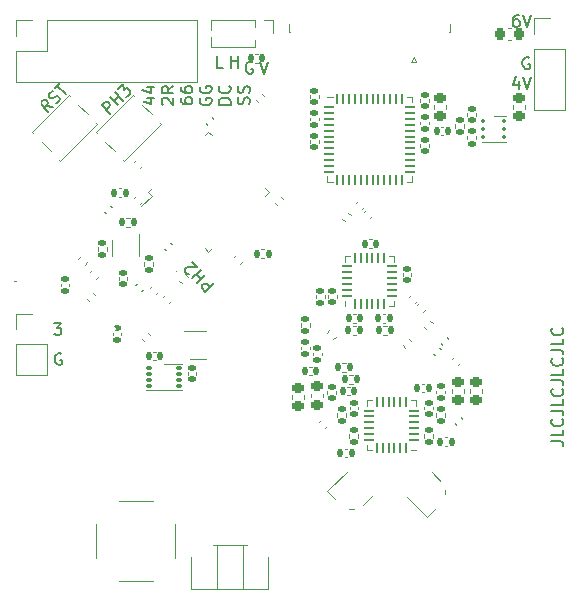
<source format=gbr>
%TF.GenerationSoftware,KiCad,Pcbnew,(6.0.4)*%
%TF.CreationDate,2023-05-30T00:17:30+09:00*%
%TF.ProjectId,RFB,5246422e-6b69-4636-9164-5f7063625858,rev?*%
%TF.SameCoordinates,Original*%
%TF.FileFunction,Legend,Top*%
%TF.FilePolarity,Positive*%
%FSLAX46Y46*%
G04 Gerber Fmt 4.6, Leading zero omitted, Abs format (unit mm)*
G04 Created by KiCad (PCBNEW (6.0.4)) date 2023-05-30 00:17:30*
%MOMM*%
%LPD*%
G01*
G04 APERTURE LIST*
G04 Aperture macros list*
%AMRoundRect*
0 Rectangle with rounded corners*
0 $1 Rounding radius*
0 $2 $3 $4 $5 $6 $7 $8 $9 X,Y pos of 4 corners*
0 Add a 4 corners polygon primitive as box body*
4,1,4,$2,$3,$4,$5,$6,$7,$8,$9,$2,$3,0*
0 Add four circle primitives for the rounded corners*
1,1,$1+$1,$2,$3*
1,1,$1+$1,$4,$5*
1,1,$1+$1,$6,$7*
1,1,$1+$1,$8,$9*
0 Add four rect primitives between the rounded corners*
20,1,$1+$1,$2,$3,$4,$5,0*
20,1,$1+$1,$4,$5,$6,$7,0*
20,1,$1+$1,$6,$7,$8,$9,0*
20,1,$1+$1,$8,$9,$2,$3,0*%
%AMRotRect*
0 Rectangle, with rotation*
0 The origin of the aperture is its center*
0 $1 length*
0 $2 width*
0 $3 Rotation angle, in degrees counterclockwise*
0 Add horizontal line*
21,1,$1,$2,0,0,$3*%
G04 Aperture macros list end*
%ADD10C,0.150000*%
%ADD11C,0.160000*%
%ADD12C,0.120000*%
%ADD13C,0.100000*%
%ADD14C,0.000000*%
%ADD15C,2.000000*%
%ADD16C,1.999999*%
%ADD17R,1.700000X1.700000*%
%ADD18RotRect,1.050000X0.650000X225.000000*%
%ADD19RotRect,1.050000X0.650000X45.000000*%
%ADD20RoundRect,0.140000X-0.170000X0.140000X-0.170000X-0.140000X0.170000X-0.140000X0.170000X0.140000X0*%
%ADD21RoundRect,0.075000X0.415425X-0.521491X0.521491X-0.415425X-0.415425X0.521491X-0.521491X0.415425X0*%
%ADD22RoundRect,0.075000X-0.415425X-0.521491X0.521491X0.415425X0.415425X0.521491X-0.521491X-0.415425X0*%
%ADD23O,1.700000X1.700000*%
%ADD24C,2.250000*%
%ADD25C,2.050000*%
%ADD26R,0.600000X0.750000*%
%ADD27RoundRect,0.135000X0.135000X0.185000X-0.135000X0.185000X-0.135000X-0.185000X0.135000X-0.185000X0*%
%ADD28RoundRect,0.140000X-0.140000X-0.170000X0.140000X-0.170000X0.140000X0.170000X-0.140000X0.170000X0*%
%ADD29RoundRect,0.140000X-0.021213X0.219203X-0.219203X0.021213X0.021213X-0.219203X0.219203X-0.021213X0*%
%ADD30C,3.800000*%
%ADD31C,2.600000*%
%ADD32RoundRect,0.140000X0.140000X0.170000X-0.140000X0.170000X-0.140000X-0.170000X0.140000X-0.170000X0*%
%ADD33RoundRect,0.135000X-0.185000X0.135000X-0.185000X-0.135000X0.185000X-0.135000X0.185000X0.135000X0*%
%ADD34RoundRect,0.135000X-0.226274X-0.035355X-0.035355X-0.226274X0.226274X0.035355X0.035355X0.226274X0*%
%ADD35RoundRect,0.135000X0.185000X-0.135000X0.185000X0.135000X-0.185000X0.135000X-0.185000X-0.135000X0*%
%ADD36RoundRect,0.135000X-0.035355X0.226274X-0.226274X0.035355X0.035355X-0.226274X0.226274X-0.035355X0*%
%ADD37RoundRect,0.135000X0.035355X-0.226274X0.226274X-0.035355X-0.035355X0.226274X-0.226274X0.035355X0*%
%ADD38RoundRect,0.135000X0.226274X0.035355X0.035355X0.226274X-0.226274X-0.035355X-0.035355X-0.226274X0*%
%ADD39RoundRect,0.087500X-0.175000X-0.087500X0.175000X-0.087500X0.175000X0.087500X-0.175000X0.087500X0*%
%ADD40R,1.400000X1.600000*%
%ADD41RoundRect,0.225000X0.225000X0.250000X-0.225000X0.250000X-0.225000X-0.250000X0.225000X-0.250000X0*%
%ADD42RoundRect,0.135000X-0.135000X-0.185000X0.135000X-0.185000X0.135000X0.185000X-0.135000X0.185000X0*%
%ADD43R,0.650000X0.400000*%
%ADD44RoundRect,0.140000X0.170000X-0.140000X0.170000X0.140000X-0.170000X0.140000X-0.170000X-0.140000X0*%
%ADD45RoundRect,0.140000X0.219203X0.021213X0.021213X0.219203X-0.219203X-0.021213X-0.021213X-0.219203X0*%
%ADD46RoundRect,0.140000X-0.219203X-0.021213X-0.021213X-0.219203X0.219203X0.021213X0.021213X0.219203X0*%
%ADD47RoundRect,0.140000X0.021213X-0.219203X0.219203X-0.021213X-0.021213X0.219203X-0.219203X0.021213X0*%
%ADD48RoundRect,0.093750X-0.093750X-0.106250X0.093750X-0.106250X0.093750X0.106250X-0.093750X0.106250X0*%
%ADD49R,1.000000X1.600000*%
%ADD50RoundRect,0.218750X0.256250X-0.218750X0.256250X0.218750X-0.256250X0.218750X-0.256250X-0.218750X0*%
%ADD51RotRect,0.350000X0.700000X135.000000*%
%ADD52RoundRect,0.225000X0.250000X-0.225000X0.250000X0.225000X-0.250000X0.225000X-0.250000X-0.225000X0*%
%ADD53RoundRect,0.062500X0.375000X0.062500X-0.375000X0.062500X-0.375000X-0.062500X0.375000X-0.062500X0*%
%ADD54RoundRect,0.062500X0.062500X0.375000X-0.062500X0.375000X-0.062500X-0.375000X0.062500X-0.375000X0*%
%ADD55R,2.500000X2.500000*%
%ADD56RoundRect,0.062500X0.062500X-0.375000X0.062500X0.375000X-0.062500X0.375000X-0.062500X-0.375000X0*%
%ADD57RoundRect,0.062500X0.375000X-0.062500X0.375000X0.062500X-0.375000X0.062500X-0.375000X-0.062500X0*%
%ADD58RoundRect,0.147500X0.226274X0.017678X0.017678X0.226274X-0.226274X-0.017678X-0.017678X-0.226274X0*%
%ADD59C,1.620000*%
%ADD60R,0.400000X0.650000*%
%ADD61RoundRect,0.062500X-0.375000X-0.062500X0.375000X-0.062500X0.375000X0.062500X-0.375000X0.062500X0*%
%ADD62RoundRect,0.062500X-0.062500X-0.375000X0.062500X-0.375000X0.062500X0.375000X-0.062500X0.375000X0*%
%ADD63R,5.600000X5.600000*%
%ADD64RotRect,0.350000X0.700000X45.000000*%
%ADD65O,1.000000X1.000000*%
%ADD66R,1.000000X1.000000*%
%ADD67R,2.300000X3.100000*%
%ADD68R,0.300000X1.100000*%
%ADD69C,0.500000*%
G04 APERTURE END LIST*
D10*
X50538983Y-79312419D02*
X49831876Y-80019526D01*
X49562502Y-79750152D01*
X49528830Y-79649137D01*
X49528830Y-79581793D01*
X49562502Y-79480778D01*
X49663517Y-79379763D01*
X49764532Y-79346091D01*
X49831876Y-79346091D01*
X49932891Y-79379763D01*
X50202265Y-79649137D01*
X49831876Y-78605312D02*
X49124769Y-79312419D01*
X49461487Y-78975702D02*
X49057425Y-78571641D01*
X49427815Y-78201251D02*
X48720708Y-78908358D01*
X48485006Y-78537969D02*
X48417662Y-78537969D01*
X48316647Y-78504297D01*
X48148288Y-78335938D01*
X48114616Y-78234923D01*
X48114616Y-78167580D01*
X48148288Y-78066564D01*
X48215632Y-77999221D01*
X48350319Y-77931877D01*
X49158441Y-77931877D01*
X48720708Y-77494145D01*
X41769380Y-64966183D02*
X41062273Y-64259076D01*
X41331647Y-63989702D01*
X41432662Y-63956030D01*
X41500006Y-63956030D01*
X41601021Y-63989702D01*
X41702036Y-64090717D01*
X41735708Y-64191732D01*
X41735708Y-64259076D01*
X41702036Y-64360091D01*
X41432662Y-64629465D01*
X42476487Y-64259076D02*
X41769380Y-63551969D01*
X42106097Y-63888687D02*
X42510158Y-63484625D01*
X42880548Y-63855015D02*
X42173441Y-63147908D01*
X42442815Y-62878534D02*
X42880548Y-62440801D01*
X42914219Y-62945877D01*
X43015235Y-62844862D01*
X43116250Y-62811190D01*
X43183593Y-62811190D01*
X43284609Y-62844862D01*
X43452967Y-63013221D01*
X43486639Y-63114236D01*
X43486639Y-63181580D01*
X43452967Y-63282595D01*
X43250937Y-63484625D01*
X43149922Y-63518297D01*
X43082578Y-63518297D01*
X36940456Y-64384906D02*
X36368036Y-64283891D01*
X36536395Y-64788967D02*
X35829288Y-64081861D01*
X36098662Y-63812487D01*
X36199677Y-63778815D01*
X36267021Y-63778815D01*
X36368036Y-63812487D01*
X36469051Y-63913502D01*
X36502723Y-64014517D01*
X36502723Y-64081861D01*
X36469051Y-64182876D01*
X36199677Y-64452250D01*
X37176158Y-64081861D02*
X37310845Y-64014517D01*
X37479204Y-63846158D01*
X37512876Y-63745143D01*
X37512876Y-63677800D01*
X37479204Y-63576784D01*
X37411861Y-63509441D01*
X37310845Y-63475769D01*
X37243502Y-63475769D01*
X37142487Y-63509441D01*
X36974128Y-63610456D01*
X36873112Y-63644128D01*
X36805769Y-63644128D01*
X36704754Y-63610456D01*
X36637410Y-63543112D01*
X36603738Y-63442097D01*
X36603738Y-63374754D01*
X36637410Y-63273738D01*
X36805769Y-63105380D01*
X36940456Y-63038036D01*
X37108815Y-62802334D02*
X37512876Y-62398273D01*
X38017952Y-63307410D02*
X37310845Y-62600303D01*
D11*
X44858914Y-63673695D02*
X45525580Y-63673695D01*
X44477961Y-63911790D02*
X45192247Y-64149885D01*
X45192247Y-63530838D01*
X44858914Y-62721314D02*
X45525580Y-62721314D01*
X44477961Y-62959409D02*
X45192247Y-63197504D01*
X45192247Y-62578457D01*
X46230819Y-64197504D02*
X46183200Y-64149885D01*
X46135580Y-64054647D01*
X46135580Y-63816552D01*
X46183200Y-63721314D01*
X46230819Y-63673695D01*
X46326057Y-63626076D01*
X46421295Y-63626076D01*
X46564152Y-63673695D01*
X47135580Y-64245123D01*
X47135580Y-63626076D01*
X47135580Y-62626076D02*
X46659390Y-62959409D01*
X47135580Y-63197504D02*
X46135580Y-63197504D01*
X46135580Y-62816552D01*
X46183200Y-62721314D01*
X46230819Y-62673695D01*
X46326057Y-62626076D01*
X46468914Y-62626076D01*
X46564152Y-62673695D01*
X46611771Y-62721314D01*
X46659390Y-62816552D01*
X46659390Y-63197504D01*
X47745580Y-63673695D02*
X47745580Y-63864171D01*
X47793200Y-63959409D01*
X47840819Y-64007028D01*
X47983676Y-64102266D01*
X48174152Y-64149885D01*
X48555104Y-64149885D01*
X48650342Y-64102266D01*
X48697961Y-64054647D01*
X48745580Y-63959409D01*
X48745580Y-63768933D01*
X48697961Y-63673695D01*
X48650342Y-63626076D01*
X48555104Y-63578457D01*
X48317009Y-63578457D01*
X48221771Y-63626076D01*
X48174152Y-63673695D01*
X48126533Y-63768933D01*
X48126533Y-63959409D01*
X48174152Y-64054647D01*
X48221771Y-64102266D01*
X48317009Y-64149885D01*
X47745580Y-62721314D02*
X47745580Y-62911790D01*
X47793200Y-63007028D01*
X47840819Y-63054647D01*
X47983676Y-63149885D01*
X48174152Y-63197504D01*
X48555104Y-63197504D01*
X48650342Y-63149885D01*
X48697961Y-63102266D01*
X48745580Y-63007028D01*
X48745580Y-62816552D01*
X48697961Y-62721314D01*
X48650342Y-62673695D01*
X48555104Y-62626076D01*
X48317009Y-62626076D01*
X48221771Y-62673695D01*
X48174152Y-62721314D01*
X48126533Y-62816552D01*
X48126533Y-63007028D01*
X48174152Y-63102266D01*
X48221771Y-63149885D01*
X48317009Y-63197504D01*
X49403200Y-63673695D02*
X49355580Y-63768933D01*
X49355580Y-63911790D01*
X49403200Y-64054647D01*
X49498438Y-64149885D01*
X49593676Y-64197504D01*
X49784152Y-64245123D01*
X49927009Y-64245123D01*
X50117485Y-64197504D01*
X50212723Y-64149885D01*
X50307961Y-64054647D01*
X50355580Y-63911790D01*
X50355580Y-63816552D01*
X50307961Y-63673695D01*
X50260342Y-63626076D01*
X49927009Y-63626076D01*
X49927009Y-63816552D01*
X49403200Y-62673695D02*
X49355580Y-62768933D01*
X49355580Y-62911790D01*
X49403200Y-63054647D01*
X49498438Y-63149885D01*
X49593676Y-63197504D01*
X49784152Y-63245123D01*
X49927009Y-63245123D01*
X50117485Y-63197504D01*
X50212723Y-63149885D01*
X50307961Y-63054647D01*
X50355580Y-62911790D01*
X50355580Y-62816552D01*
X50307961Y-62673695D01*
X50260342Y-62626076D01*
X49927009Y-62626076D01*
X49927009Y-62816552D01*
X51965580Y-64197504D02*
X50965580Y-64197504D01*
X50965580Y-63959409D01*
X51013200Y-63816552D01*
X51108438Y-63721314D01*
X51203676Y-63673695D01*
X51394152Y-63626076D01*
X51537009Y-63626076D01*
X51727485Y-63673695D01*
X51822723Y-63721314D01*
X51917961Y-63816552D01*
X51965580Y-63959409D01*
X51965580Y-64197504D01*
X51870342Y-62626076D02*
X51917961Y-62673695D01*
X51965580Y-62816552D01*
X51965580Y-62911790D01*
X51917961Y-63054647D01*
X51822723Y-63149885D01*
X51727485Y-63197504D01*
X51537009Y-63245123D01*
X51394152Y-63245123D01*
X51203676Y-63197504D01*
X51108438Y-63149885D01*
X51013200Y-63054647D01*
X50965580Y-62911790D01*
X50965580Y-62816552D01*
X51013200Y-62673695D01*
X51060819Y-62626076D01*
X53527961Y-64149885D02*
X53575580Y-64007028D01*
X53575580Y-63768933D01*
X53527961Y-63673695D01*
X53480342Y-63626076D01*
X53385104Y-63578457D01*
X53289866Y-63578457D01*
X53194628Y-63626076D01*
X53147009Y-63673695D01*
X53099390Y-63768933D01*
X53051771Y-63959409D01*
X53004152Y-64054647D01*
X52956533Y-64102266D01*
X52861295Y-64149885D01*
X52766057Y-64149885D01*
X52670819Y-64102266D01*
X52623200Y-64054647D01*
X52575580Y-63959409D01*
X52575580Y-63721314D01*
X52623200Y-63578457D01*
X53527961Y-63197504D02*
X53575580Y-63054647D01*
X53575580Y-62816552D01*
X53527961Y-62721314D01*
X53480342Y-62673695D01*
X53385104Y-62626076D01*
X53289866Y-62626076D01*
X53194628Y-62673695D01*
X53147009Y-62721314D01*
X53099390Y-62816552D01*
X53051771Y-63007028D01*
X53004152Y-63102266D01*
X52956533Y-63149885D01*
X52861295Y-63197504D01*
X52766057Y-63197504D01*
X52670819Y-63149885D01*
X52623200Y-63102266D01*
X52575580Y-63007028D01*
X52575580Y-62768933D01*
X52623200Y-62626076D01*
X77254904Y-60231400D02*
X77159666Y-60183780D01*
X77016809Y-60183780D01*
X76873952Y-60231400D01*
X76778714Y-60326638D01*
X76731095Y-60421876D01*
X76683476Y-60612352D01*
X76683476Y-60755209D01*
X76731095Y-60945685D01*
X76778714Y-61040923D01*
X76873952Y-61136161D01*
X77016809Y-61183780D01*
X77112047Y-61183780D01*
X77254904Y-61136161D01*
X77302523Y-61088542D01*
X77302523Y-60755209D01*
X77112047Y-60755209D01*
X76350142Y-62168114D02*
X76350142Y-62834780D01*
X76112047Y-61787161D02*
X75873952Y-62501447D01*
X76493000Y-62501447D01*
X76731095Y-61834780D02*
X77064428Y-62834780D01*
X77397761Y-61834780D01*
X76350142Y-56602380D02*
X76159666Y-56602380D01*
X76064428Y-56650000D01*
X76016809Y-56697619D01*
X75921571Y-56840476D01*
X75873952Y-57030952D01*
X75873952Y-57411904D01*
X75921571Y-57507142D01*
X75969190Y-57554761D01*
X76064428Y-57602380D01*
X76254904Y-57602380D01*
X76350142Y-57554761D01*
X76397761Y-57507142D01*
X76445380Y-57411904D01*
X76445380Y-57173809D01*
X76397761Y-57078571D01*
X76350142Y-57030952D01*
X76254904Y-56983333D01*
X76064428Y-56983333D01*
X75969190Y-57030952D01*
X75921571Y-57078571D01*
X75873952Y-57173809D01*
X76731095Y-56602380D02*
X77064428Y-57602380D01*
X77397761Y-56602380D01*
X37026057Y-82688180D02*
X37645104Y-82688180D01*
X37311771Y-83069133D01*
X37454628Y-83069133D01*
X37549866Y-83116752D01*
X37597485Y-83164371D01*
X37645104Y-83259609D01*
X37645104Y-83497704D01*
X37597485Y-83592942D01*
X37549866Y-83640561D01*
X37454628Y-83688180D01*
X37168914Y-83688180D01*
X37073676Y-83640561D01*
X37026057Y-83592942D01*
X54479866Y-60564780D02*
X54813200Y-61564780D01*
X55146533Y-60564780D01*
X51287323Y-61056780D02*
X50811133Y-61056780D01*
X50811133Y-60056780D01*
X79132180Y-92680847D02*
X79846466Y-92680847D01*
X79989323Y-92728466D01*
X80084561Y-92823704D01*
X80132180Y-92966561D01*
X80132180Y-93061800D01*
X80132180Y-91728466D02*
X80132180Y-92204657D01*
X79132180Y-92204657D01*
X80036942Y-90823704D02*
X80084561Y-90871323D01*
X80132180Y-91014180D01*
X80132180Y-91109419D01*
X80084561Y-91252276D01*
X79989323Y-91347514D01*
X79894085Y-91395133D01*
X79703609Y-91442752D01*
X79560752Y-91442752D01*
X79370276Y-91395133D01*
X79275038Y-91347514D01*
X79179800Y-91252276D01*
X79132180Y-91109419D01*
X79132180Y-91014180D01*
X79179800Y-90871323D01*
X79227419Y-90823704D01*
X79132180Y-90109419D02*
X79846466Y-90109419D01*
X79989323Y-90157038D01*
X80084561Y-90252276D01*
X80132180Y-90395133D01*
X80132180Y-90490371D01*
X80132180Y-89157038D02*
X80132180Y-89633228D01*
X79132180Y-89633228D01*
X80036942Y-88252276D02*
X80084561Y-88299895D01*
X80132180Y-88442752D01*
X80132180Y-88537990D01*
X80084561Y-88680847D01*
X79989323Y-88776085D01*
X79894085Y-88823704D01*
X79703609Y-88871323D01*
X79560752Y-88871323D01*
X79370276Y-88823704D01*
X79275038Y-88776085D01*
X79179800Y-88680847D01*
X79132180Y-88537990D01*
X79132180Y-88442752D01*
X79179800Y-88299895D01*
X79227419Y-88252276D01*
X79132180Y-87537990D02*
X79846466Y-87537990D01*
X79989323Y-87585609D01*
X80084561Y-87680847D01*
X80132180Y-87823704D01*
X80132180Y-87918942D01*
X80132180Y-86585609D02*
X80132180Y-87061800D01*
X79132180Y-87061800D01*
X80036942Y-85680847D02*
X80084561Y-85728466D01*
X80132180Y-85871323D01*
X80132180Y-85966561D01*
X80084561Y-86109419D01*
X79989323Y-86204657D01*
X79894085Y-86252276D01*
X79703609Y-86299895D01*
X79560752Y-86299895D01*
X79370276Y-86252276D01*
X79275038Y-86204657D01*
X79179800Y-86109419D01*
X79132180Y-85966561D01*
X79132180Y-85871323D01*
X79179800Y-85728466D01*
X79227419Y-85680847D01*
X79132180Y-84966561D02*
X79846466Y-84966561D01*
X79989323Y-85014180D01*
X80084561Y-85109419D01*
X80132180Y-85252276D01*
X80132180Y-85347514D01*
X80132180Y-84014180D02*
X80132180Y-84490371D01*
X79132180Y-84490371D01*
X80036942Y-83109419D02*
X80084561Y-83157038D01*
X80132180Y-83299895D01*
X80132180Y-83395133D01*
X80084561Y-83537990D01*
X79989323Y-83633228D01*
X79894085Y-83680847D01*
X79703609Y-83728466D01*
X79560752Y-83728466D01*
X79370276Y-83680847D01*
X79275038Y-83633228D01*
X79179800Y-83537990D01*
X79132180Y-83395133D01*
X79132180Y-83299895D01*
X79179800Y-83157038D01*
X79227419Y-83109419D01*
X51987485Y-61056780D02*
X51987485Y-60056780D01*
X51987485Y-60532971D02*
X52558914Y-60532971D01*
X52558914Y-61056780D02*
X52558914Y-60056780D01*
X53805104Y-60612400D02*
X53709866Y-60564780D01*
X53567009Y-60564780D01*
X53424152Y-60612400D01*
X53328914Y-60707638D01*
X53281295Y-60802876D01*
X53233676Y-60993352D01*
X53233676Y-61136209D01*
X53281295Y-61326685D01*
X53328914Y-61421923D01*
X53424152Y-61517161D01*
X53567009Y-61564780D01*
X53662247Y-61564780D01*
X53805104Y-61517161D01*
X53852723Y-61469542D01*
X53852723Y-61136209D01*
X53662247Y-61136209D01*
X37645104Y-85275800D02*
X37549866Y-85228180D01*
X37407009Y-85228180D01*
X37264152Y-85275800D01*
X37168914Y-85371038D01*
X37121295Y-85466276D01*
X37073676Y-85656752D01*
X37073676Y-85799609D01*
X37121295Y-85990085D01*
X37168914Y-86085323D01*
X37264152Y-86180561D01*
X37407009Y-86228180D01*
X37502247Y-86228180D01*
X37645104Y-86180561D01*
X37692723Y-86132942D01*
X37692723Y-85799609D01*
X37502247Y-85799609D01*
D12*
%TO.C,SW2*%
X39880886Y-65014416D02*
X39074784Y-64208314D01*
X40679916Y-65813447D02*
X40595064Y-65728594D01*
X35164484Y-66520553D02*
X35249336Y-66605406D01*
X35963514Y-67319584D02*
X36769616Y-68125686D01*
X37568647Y-68924716D02*
X40679916Y-65813447D01*
X38275753Y-63409284D02*
X35164484Y-66520553D01*
X37483794Y-68839864D02*
X37568647Y-68924716D01*
X38360606Y-63494136D02*
X38275753Y-63409284D01*
%TO.C,SW1*%
X42893994Y-68839864D02*
X42978847Y-68924716D01*
X43770806Y-63494136D02*
X43685953Y-63409284D01*
X42978847Y-68924716D02*
X46090116Y-65813447D01*
X43685953Y-63409284D02*
X40574684Y-66520553D01*
X45291086Y-65014416D02*
X44484984Y-64208314D01*
X46090116Y-65813447D02*
X46005264Y-65728594D01*
X40574684Y-66520553D02*
X40659536Y-66605406D01*
X41373714Y-67319584D02*
X42179816Y-68125686D01*
%TO.C,C129*%
X48331800Y-86836364D02*
X48331800Y-87052036D01*
X49051800Y-86836364D02*
X49051800Y-87052036D01*
%TO.C,U11*%
X50088800Y-76682511D02*
X49770602Y-76364313D01*
X45301687Y-71259002D02*
X44983489Y-71577200D01*
X50406998Y-76364313D02*
X50088800Y-76682511D01*
X44983489Y-71577200D02*
X45301687Y-71895398D01*
X54875913Y-71895398D02*
X55194111Y-71577200D01*
X50088800Y-66471889D02*
X50406998Y-66790087D01*
X45301687Y-71895398D02*
X44389519Y-72807566D01*
X55194111Y-71577200D02*
X54875913Y-71259002D01*
X49770602Y-66790087D02*
X50088800Y-66471889D01*
%TO.C,J7*%
X49158200Y-62239200D02*
X49158200Y-57039200D01*
X36398200Y-57039200D02*
X49158200Y-57039200D01*
X33798200Y-62239200D02*
X33798200Y-59639200D01*
X33798200Y-58369200D02*
X33798200Y-57039200D01*
X36398200Y-59639200D02*
X36398200Y-57039200D01*
X33798200Y-57039200D02*
X35128200Y-57039200D01*
X33798200Y-59639200D02*
X36398200Y-59639200D01*
X33798200Y-62239200D02*
X49158200Y-62239200D01*
D13*
%TO.C,U1*%
X33767400Y-79158800D02*
G75*
G03*
X33667400Y-79158800I-50000J0D01*
G01*
X33667400Y-79158800D02*
G75*
G03*
X33767400Y-79158800I50000J0D01*
G01*
X33767400Y-79158800D02*
X33767400Y-79158800D01*
X33667400Y-79158800D02*
X33667400Y-79158800D01*
D12*
%TO.C,R9*%
X43460641Y-73788000D02*
X43153359Y-73788000D01*
X43460641Y-74548000D02*
X43153359Y-74548000D01*
%TO.C,C74*%
X61639564Y-94060600D02*
X61855236Y-94060600D01*
X61639564Y-93340600D02*
X61855236Y-93340600D01*
%TO.C,C31*%
X44568399Y-79858107D02*
X44415896Y-80010610D01*
X44059282Y-79348990D02*
X43906779Y-79501493D01*
%TO.C,C65*%
X68372936Y-87828800D02*
X68157264Y-87828800D01*
X68372936Y-88548800D02*
X68157264Y-88548800D01*
%TO.C,C12*%
X72734700Y-64939564D02*
X72734700Y-65155236D01*
X72014700Y-64939564D02*
X72014700Y-65155236D01*
%TO.C,C57*%
X60939000Y-80333964D02*
X60939000Y-80549636D01*
X60219000Y-80333964D02*
X60219000Y-80549636D01*
%TO.C,R6*%
X45414200Y-77519559D02*
X45414200Y-77826841D01*
X44654200Y-77519559D02*
X44654200Y-77826841D01*
%TO.C,C35*%
X59415000Y-63392164D02*
X59415000Y-63607836D01*
X58695000Y-63392164D02*
X58695000Y-63607836D01*
%TO.C,C36*%
X59415000Y-65297164D02*
X59415000Y-65512836D01*
X58695000Y-65297164D02*
X58695000Y-65512836D01*
%TO.C,C61*%
X63576810Y-95250507D02*
X63424307Y-95403010D01*
X63067693Y-94741390D02*
X62915190Y-94893893D01*
%TO.C,C72*%
X60168200Y-88436564D02*
X60168200Y-88652236D01*
X60888200Y-88436564D02*
X60888200Y-88652236D01*
%TO.C,R53*%
X47603259Y-79103260D02*
X47820540Y-79320541D01*
X48140660Y-78565859D02*
X48357941Y-78783140D01*
%TO.C,R71*%
X71994700Y-67129441D02*
X71994700Y-66822159D01*
X72754700Y-67129441D02*
X72754700Y-66822159D01*
%TO.C,R62*%
X39823541Y-77553860D02*
X39606260Y-77771141D01*
X39286140Y-77016459D02*
X39068859Y-77233740D01*
%TO.C,J9*%
X33798200Y-84500800D02*
X36458200Y-84500800D01*
X36458200Y-84500800D02*
X36458200Y-87100800D01*
X33798200Y-81900800D02*
X35128200Y-81900800D01*
X33798200Y-84500800D02*
X33798200Y-87100800D01*
X33798200Y-87100800D02*
X36458200Y-87100800D01*
X33798200Y-83230800D02*
X33798200Y-81900800D01*
%TO.C,R12*%
X60100059Y-83507540D02*
X60317340Y-83290259D01*
X60637460Y-84044941D02*
X60854741Y-83827660D01*
%TO.C,C15*%
X42701800Y-83508964D02*
X42701800Y-83724636D01*
X41981800Y-83508964D02*
X41981800Y-83724636D01*
%TO.C,R11*%
X62162841Y-73550740D02*
X61945560Y-73333459D01*
X61625440Y-74088141D02*
X61408159Y-73870860D01*
%TO.C,U22*%
X46329600Y-86164400D02*
X47829600Y-86164400D01*
X44829600Y-88384400D02*
X47829600Y-88384400D01*
%TO.C,C33*%
X75730980Y-58726800D02*
X75449820Y-58726800D01*
X75730980Y-57706800D02*
X75449820Y-57706800D01*
%TO.C,R39*%
X54532559Y-76429600D02*
X54839841Y-76429600D01*
X54532559Y-77189600D02*
X54839841Y-77189600D01*
%TO.C,R25*%
X61748641Y-86790800D02*
X61441359Y-86790800D01*
X61748641Y-86030800D02*
X61441359Y-86030800D01*
%TO.C,C40*%
X62775593Y-72389390D02*
X62623090Y-72541893D01*
X63284710Y-72898507D02*
X63132207Y-73051010D01*
%TO.C,U12*%
X48499800Y-85691200D02*
X49899800Y-85691200D01*
X49899800Y-83371200D02*
X47999800Y-83371200D01*
%TO.C,C44*%
X68769800Y-67758736D02*
X68769800Y-67543064D01*
X68049800Y-67758736D02*
X68049800Y-67543064D01*
%TO.C,C56*%
X62376164Y-81936000D02*
X62591836Y-81936000D01*
X62376164Y-82656000D02*
X62591836Y-82656000D01*
%TO.C,C143*%
X45408964Y-85831000D02*
X45624636Y-85831000D01*
X45408964Y-85111000D02*
X45624636Y-85111000D01*
%TO.C,C54*%
X70409410Y-84048093D02*
X70256907Y-83895590D01*
X69900293Y-84557210D02*
X69747790Y-84404707D01*
%TO.C,C6*%
X41274390Y-73254107D02*
X41426893Y-73406610D01*
X41783507Y-72744990D02*
X41936010Y-72897493D01*
%TO.C,C45*%
X68769800Y-63733064D02*
X68769800Y-63948736D01*
X68049800Y-63733064D02*
X68049800Y-63948736D01*
%TO.C,R14*%
X68546940Y-83232141D02*
X68329659Y-83014860D01*
X69084341Y-82694740D02*
X68867060Y-82477459D01*
%TO.C,C101*%
X46838107Y-75869190D02*
X46990610Y-76021693D01*
X46328990Y-76378307D02*
X46481493Y-76530810D01*
%TO.C,R40*%
X52226059Y-77132140D02*
X52443340Y-76914859D01*
X52763460Y-77669541D02*
X52980741Y-77452260D01*
%TO.C,C41*%
X63435993Y-73151390D02*
X63283490Y-73303893D01*
X63945110Y-73660507D02*
X63792607Y-73813010D01*
%TO.C,R70*%
X70978700Y-66168241D02*
X70978700Y-65860959D01*
X71738700Y-66168241D02*
X71738700Y-65860959D01*
%TO.C,C2*%
X42513364Y-72013400D02*
X42729036Y-72013400D01*
X42513364Y-71293400D02*
X42729036Y-71293400D01*
%TO.C,C58*%
X67564507Y-80975810D02*
X67717010Y-80823307D01*
X67055390Y-80466693D02*
X67207893Y-80314190D01*
%TO.C,C50*%
X58858036Y-87101000D02*
X58642364Y-87101000D01*
X58858036Y-86381000D02*
X58642364Y-86381000D01*
%TO.C,C47*%
X63722364Y-76331400D02*
X63938036Y-76331400D01*
X63722364Y-75611400D02*
X63938036Y-75611400D01*
%TO.C,C16*%
X43209800Y-79025636D02*
X43209800Y-78809964D01*
X42489800Y-79025636D02*
X42489800Y-78809964D01*
%TO.C,C75*%
X64865364Y-82656000D02*
X65081036Y-82656000D01*
X64865364Y-81936000D02*
X65081036Y-81936000D01*
%TO.C,IC9*%
X73255800Y-67366200D02*
X75255800Y-67366200D01*
X74255800Y-65146200D02*
X75255800Y-65146200D01*
%TO.C,C10*%
X60147810Y-91389707D02*
X59995307Y-91542210D01*
X59638693Y-90880590D02*
X59486190Y-91033093D01*
%TO.C,C66*%
X62793200Y-89789364D02*
X62793200Y-90005036D01*
X62073200Y-89789364D02*
X62073200Y-90005036D01*
%TO.C,C71*%
X70313436Y-92375400D02*
X70097764Y-92375400D01*
X70313436Y-93095400D02*
X70097764Y-93095400D01*
%TO.C,L3*%
X73255600Y-88605579D02*
X73255600Y-88280021D01*
X72235600Y-88605579D02*
X72235600Y-88280021D01*
%TO.C,L2*%
X57198800Y-89113579D02*
X57198800Y-88788021D01*
X58218800Y-89113579D02*
X58218800Y-88788021D01*
%TO.C,C55*%
X69265293Y-85420810D02*
X69112790Y-85268307D01*
X69774410Y-84911693D02*
X69621907Y-84759190D01*
%TO.C,FL2*%
X70121214Y-97589219D02*
X68600934Y-99109499D01*
X70121214Y-96457849D02*
X70121214Y-97589219D01*
X68600934Y-99109499D02*
X66727101Y-97235666D01*
X68813066Y-95149701D02*
X70121214Y-96457849D01*
X66727101Y-97235666D02*
X68813066Y-95149701D01*
%TO.C,C64*%
X64817575Y-87297200D02*
X64970078Y-87449703D01*
X64308458Y-87806317D02*
X64460961Y-87958820D01*
%TO.C,R28*%
X69393800Y-90295759D02*
X69393800Y-90603041D01*
X70153800Y-90295759D02*
X70153800Y-90603041D01*
%TO.C,C63*%
X65179382Y-87240399D02*
X65026879Y-87087896D01*
X65688499Y-86731282D02*
X65535996Y-86578779D01*
%TO.C,L1*%
X58748200Y-88986579D02*
X58748200Y-88661021D01*
X59768200Y-88986579D02*
X59768200Y-88661021D01*
%TO.C,C120*%
X76887800Y-64529580D02*
X76887800Y-64248420D01*
X75867800Y-64529580D02*
X75867800Y-64248420D01*
%TO.C,C95*%
X56245318Y-71992201D02*
X56397821Y-72144704D01*
X55736201Y-72501318D02*
X55888704Y-72653821D01*
%TO.C,R19*%
X64895759Y-83692000D02*
X65203041Y-83692000D01*
X64895759Y-82932000D02*
X65203041Y-82932000D01*
%TO.C,C60*%
X67436493Y-95453810D02*
X67283990Y-95301307D01*
X67945610Y-94944693D02*
X67793107Y-94792190D01*
%TO.C,C62*%
X64313307Y-96292010D02*
X64465810Y-96139507D01*
X63804190Y-95782893D02*
X63956693Y-95630390D01*
%TO.C,U8*%
X63959100Y-89232400D02*
X63484100Y-89232400D01*
X67229100Y-93452400D02*
X67704100Y-93452400D01*
X63484100Y-89232400D02*
X63484100Y-89707400D01*
X67704100Y-89232400D02*
X67704100Y-89707400D01*
X67229100Y-89232400D02*
X67704100Y-89232400D01*
X63959100Y-93452400D02*
X63484100Y-93452400D01*
X63484100Y-93452400D02*
X63484100Y-92977400D01*
%TO.C,R8*%
X40788741Y-78722260D02*
X40571460Y-78939541D01*
X40251340Y-78184859D02*
X40034059Y-78402140D01*
%TO.C,R24*%
X62025559Y-87046800D02*
X62332841Y-87046800D01*
X62025559Y-87806800D02*
X62332841Y-87806800D01*
%TO.C,U3*%
X61618600Y-77511400D02*
X61618600Y-77036400D01*
X61618600Y-77036400D02*
X62093600Y-77036400D01*
X61618600Y-80781400D02*
X61618600Y-81256400D01*
X65838600Y-80781400D02*
X65838600Y-81256400D01*
X65838600Y-77511400D02*
X65838600Y-77036400D01*
X65838600Y-81256400D02*
X65363600Y-81256400D01*
X65838600Y-77036400D02*
X65363600Y-77036400D01*
%TO.C,J6*%
X77664000Y-64626800D02*
X80324000Y-64626800D01*
X77664000Y-56886800D02*
X78994000Y-56886800D01*
X77664000Y-58216800D02*
X77664000Y-56886800D01*
X80324000Y-59486800D02*
X80324000Y-64626800D01*
X77664000Y-59486800D02*
X77664000Y-64626800D01*
X77664000Y-59486800D02*
X80324000Y-59486800D01*
%TO.C,C14*%
X45176779Y-79688504D02*
X45329282Y-79536001D01*
X45685896Y-80197621D02*
X45838399Y-80045118D01*
D13*
%TO.C,D1*%
X47404346Y-78316946D02*
G75*
G03*
X47404346Y-78316946I-50000J0D01*
G01*
D12*
%TO.C,C94*%
X44339696Y-69555021D02*
X44492199Y-69402518D01*
X43830579Y-69045904D02*
X43983082Y-68893401D01*
%TO.C,J3*%
X42492000Y-104500400D02*
X45392000Y-104500400D01*
X40587000Y-99695400D02*
X40587000Y-102595400D01*
X42492000Y-97790400D02*
X45392000Y-97790400D01*
X47297000Y-99695400D02*
X47297000Y-102595400D01*
%TO.C,R13*%
X57913000Y-83008441D02*
X57913000Y-82701159D01*
X58673000Y-83008441D02*
X58673000Y-82701159D01*
%TO.C,RV1*%
X55176800Y-105194600D02*
X48636800Y-105194600D01*
X53026800Y-105194600D02*
X50786800Y-105194600D01*
X53026800Y-101453600D02*
X53026800Y-105194600D01*
X53026800Y-101453600D02*
X50786800Y-101453600D01*
X55176800Y-102499600D02*
X55176800Y-105194600D01*
X48636800Y-102499600D02*
X48636800Y-105194600D01*
X53340800Y-101453600D02*
X50471800Y-101453600D01*
X50786800Y-101453600D02*
X50786800Y-105194600D01*
%TO.C,C18*%
X39944482Y-80814199D02*
X39791979Y-80661696D01*
X40453599Y-80305082D02*
X40301096Y-80152579D01*
%TO.C,C51*%
X71374610Y-86081107D02*
X71222107Y-86233610D01*
X70865493Y-85571990D02*
X70712990Y-85724493D01*
%TO.C,L4*%
X70686200Y-88605579D02*
X70686200Y-88280021D01*
X71706200Y-88605579D02*
X71706200Y-88280021D01*
%TO.C,C130*%
X69780264Y-66086400D02*
X69995936Y-66086400D01*
X69780264Y-66806400D02*
X69995936Y-66806400D01*
%TO.C,R17*%
X59183000Y-80288159D02*
X59183000Y-80595441D01*
X59943000Y-80288159D02*
X59943000Y-80595441D01*
%TO.C,C100*%
X50521210Y-65429893D02*
X50368707Y-65277390D01*
X50012093Y-65939010D02*
X49859590Y-65786507D01*
%TO.C,C53*%
X57933000Y-84893036D02*
X57933000Y-84677364D01*
X58653000Y-84893036D02*
X58653000Y-84677364D01*
%TO.C,U5*%
X44238400Y-77027000D02*
X44238400Y-75127000D01*
X41918400Y-75627000D02*
X41918400Y-77027000D01*
%TO.C,C37*%
X59415000Y-67202164D02*
X59415000Y-67417836D01*
X58695000Y-67202164D02*
X58695000Y-67417836D01*
%TO.C,C80*%
X37587600Y-79584436D02*
X37587600Y-79368764D01*
X38307600Y-79584436D02*
X38307600Y-79368764D01*
%TO.C,C67*%
X62083836Y-88802800D02*
X61868164Y-88802800D01*
X62083836Y-88082800D02*
X61868164Y-88082800D01*
%TO.C,C139*%
X70194900Y-64529580D02*
X70194900Y-64248420D01*
X69174900Y-64529580D02*
X69174900Y-64248420D01*
%TO.C,IC3*%
X66871200Y-63532900D02*
X67346200Y-63532900D01*
X67346200Y-63532900D02*
X67346200Y-64007900D01*
X66871200Y-70752900D02*
X67346200Y-70752900D01*
X67346200Y-70752900D02*
X67346200Y-70277900D01*
X60601200Y-70752900D02*
X60126200Y-70752900D01*
X60601200Y-63532900D02*
X60126200Y-63532900D01*
X60126200Y-70752900D02*
X60126200Y-70277900D01*
%TO.C,C91*%
X54610507Y-63270790D02*
X54763010Y-63423293D01*
X54101390Y-63779907D02*
X54253893Y-63932410D01*
%TO.C,C92*%
X54286036Y-60634200D02*
X54070364Y-60634200D01*
X54286036Y-59914200D02*
X54070364Y-59914200D01*
%TO.C,R27*%
X62787800Y-92073759D02*
X62787800Y-92381041D01*
X62027800Y-92073759D02*
X62027800Y-92381041D01*
%TO.C,C46*%
X68049800Y-65635464D02*
X68049800Y-65851136D01*
X68769800Y-65635464D02*
X68769800Y-65851136D01*
%TO.C,R29*%
X61011800Y-90295759D02*
X61011800Y-90603041D01*
X61771800Y-90295759D02*
X61771800Y-90603041D01*
%TO.C,C52*%
X58949000Y-85401036D02*
X58949000Y-85185364D01*
X59669000Y-85401036D02*
X59669000Y-85185364D01*
%TO.C,C59*%
X66904107Y-95681190D02*
X67056610Y-95833693D01*
X66394990Y-96190307D02*
X66547493Y-96342810D01*
%TO.C,C73*%
X70108400Y-88411164D02*
X70108400Y-88626836D01*
X69388400Y-88411164D02*
X69388400Y-88626836D01*
%TO.C,R10*%
X40717200Y-76272959D02*
X40717200Y-76580241D01*
X41477200Y-76272959D02*
X41477200Y-76580241D01*
%TO.C,R16*%
X62304959Y-82932000D02*
X62612241Y-82932000D01*
X62304959Y-83692000D02*
X62612241Y-83692000D01*
%TO.C,C93*%
X44441399Y-72475918D02*
X44288896Y-72628421D01*
X43932282Y-71966801D02*
X43779779Y-72119304D01*
%TO.C,FL3*%
X64133699Y-97159466D02*
X62825551Y-98467614D01*
X61694181Y-98467614D02*
X60173901Y-96947334D01*
X62047734Y-95073501D02*
X64133699Y-97159466D01*
X60173901Y-96947334D02*
X62047734Y-95073501D01*
X62825551Y-98467614D02*
X61694181Y-98467614D01*
%TO.C,C68*%
X69103700Y-89789364D02*
X69103700Y-90005036D01*
X68383700Y-89789364D02*
X68383700Y-90005036D01*
%TO.C,C48*%
X71094093Y-91288210D02*
X70941590Y-91135707D01*
X71603210Y-90779093D02*
X71450707Y-90626590D01*
%TO.C,R18*%
X67720059Y-81196140D02*
X67937340Y-80978859D01*
X68257460Y-81733541D02*
X68474741Y-81516260D01*
%TO.C,J5*%
X54053200Y-58729471D02*
X54053200Y-59276000D01*
X50308200Y-57056000D02*
X50308200Y-57858470D01*
X54053200Y-57056000D02*
X50308200Y-57056000D01*
X54813200Y-57056000D02*
X55573200Y-57056000D01*
X50308200Y-58473530D02*
X50308200Y-59276000D01*
X54053200Y-57056000D02*
X54053200Y-57602529D01*
X55573200Y-57056000D02*
X55573200Y-58166000D01*
X54053200Y-59276000D02*
X50308200Y-59276000D01*
%TO.C,R26*%
X68377800Y-92073759D02*
X68377800Y-92381041D01*
X69137800Y-92073759D02*
X69137800Y-92381041D01*
%TO.C,J4*%
X70443600Y-58005600D02*
X70553600Y-58005600D01*
X67478600Y-60195600D02*
X67278600Y-60595600D01*
X67678600Y-60595600D02*
X67478600Y-60195600D01*
X56903600Y-58005600D02*
X56903600Y-57405600D01*
X57013600Y-58005600D02*
X56903600Y-58005600D01*
X70553600Y-58005600D02*
X70553600Y-57405600D01*
X67278600Y-60595600D02*
X67678600Y-60595600D01*
%TO.C,R15*%
X66743540Y-84781541D02*
X66526259Y-84564260D01*
X67280941Y-84244140D02*
X67063660Y-84026859D01*
%TO.C,C13*%
X44974696Y-83530779D02*
X45127199Y-83683282D01*
X44465579Y-84039896D02*
X44618082Y-84192399D01*
%TO.C,C17*%
X46939810Y-80797907D02*
X46787307Y-80950410D01*
X46430693Y-80288790D02*
X46278190Y-80441293D01*
%TO.C,C76*%
X66543600Y-78698036D02*
X66543600Y-78482364D01*
X67263600Y-78698036D02*
X67263600Y-78482364D01*
%TD*%
%LPC*%
D14*
G36*
X73177400Y-98831400D02*
G01*
X69824600Y-98831400D01*
X69189600Y-98196400D01*
X70358000Y-97028000D01*
X69596000Y-96266000D01*
X70104000Y-95732600D01*
X73177400Y-95732600D01*
X73177400Y-98831400D01*
G37*
G36*
X62255400Y-98729800D02*
G01*
X63042800Y-97942400D01*
X63627000Y-98526600D01*
X63627000Y-101142800D01*
X60528200Y-101142800D01*
X60528200Y-98069400D01*
X61061600Y-97536000D01*
X62255400Y-98729800D01*
G37*
D15*
X74177400Y-97282000D02*
G75*
G03*
X74177400Y-97282000I-1000000J0D01*
G01*
X63077600Y-101142800D02*
G75*
G03*
X63077600Y-101142800I-1000000J0D01*
G01*
G36*
X33324800Y-94361000D02*
G01*
X39370000Y-94361000D01*
X39370000Y-100406200D01*
X33324800Y-100406200D01*
X33324800Y-94361000D01*
G37*
D14*
G36*
X65532000Y-96189800D02*
G01*
X64389000Y-97332800D01*
X63982600Y-97332800D01*
X61849000Y-95199200D01*
X61849000Y-94843600D01*
X62712600Y-93980000D01*
X65532000Y-93980000D01*
X65532000Y-96189800D01*
G37*
G36*
X42697400Y-92938600D02*
G01*
X45186600Y-92938600D01*
X45186600Y-95427800D01*
X42697400Y-95427800D01*
X42697400Y-92938600D01*
G37*
G36*
X66725800Y-87045800D02*
G01*
X66725800Y-88696800D01*
X64465200Y-88696800D01*
X63220600Y-87452200D01*
X63220600Y-87198200D01*
X64922400Y-85496400D01*
X65176400Y-85496400D01*
X66725800Y-87045800D01*
G37*
G36*
X50825400Y-96621600D02*
G01*
X52603400Y-96621600D01*
X52603400Y-98399600D01*
X50825400Y-98399600D01*
X50825400Y-96621600D01*
G37*
D16*
X44941999Y-101142800D02*
G75*
G03*
X44941999Y-101142800I-999999J0D01*
G01*
D14*
G36*
X68986400Y-94894400D02*
G01*
X68986400Y-95300800D01*
X66852800Y-97434400D01*
X66497200Y-97434400D01*
X65176400Y-96164400D01*
X65176400Y-93980000D01*
X68072000Y-93980000D01*
X68986400Y-94894400D01*
G37*
D17*
%TO.C,J8*%
X35077400Y-64592200D03*
%TD*%
D18*
%TO.C,SW2*%
X38629307Y-63939614D03*
X35694814Y-66874107D03*
X37215093Y-68394386D03*
X40149586Y-65459893D03*
%TD*%
D19*
%TO.C,SW1*%
X41105014Y-66874107D03*
X44039507Y-63939614D03*
X45559786Y-65459893D03*
X42625293Y-68394386D03*
%TD*%
D20*
%TO.C,C129*%
X48691800Y-87424200D03*
X48691800Y-86464200D03*
%TD*%
D21*
%TO.C,U11*%
X45200924Y-70578412D03*
X45554478Y-70224858D03*
X45908031Y-69871305D03*
X46261585Y-69517751D03*
X46615138Y-69164198D03*
X46968691Y-68810645D03*
X47322245Y-68457091D03*
X47675798Y-68103538D03*
X48029351Y-67749985D03*
X48382905Y-67396431D03*
X48736458Y-67042878D03*
X49090012Y-66689324D03*
D22*
X51087588Y-66689324D03*
X51441142Y-67042878D03*
X51794695Y-67396431D03*
X52148249Y-67749985D03*
X52501802Y-68103538D03*
X52855355Y-68457091D03*
X53208909Y-68810645D03*
X53562462Y-69164198D03*
X53916015Y-69517751D03*
X54269569Y-69871305D03*
X54623122Y-70224858D03*
X54976676Y-70578412D03*
D21*
X54976676Y-72575988D03*
X54623122Y-72929542D03*
X54269569Y-73283095D03*
X53916015Y-73636649D03*
X53562462Y-73990202D03*
X53208909Y-74343755D03*
X52855355Y-74697309D03*
X52501802Y-75050862D03*
X52148249Y-75404415D03*
X51794695Y-75757969D03*
X51441142Y-76111522D03*
X51087588Y-76465076D03*
D22*
X49090012Y-76465076D03*
X48736458Y-76111522D03*
X48382905Y-75757969D03*
X48029351Y-75404415D03*
X47675798Y-75050862D03*
X47322245Y-74697309D03*
X46968691Y-74343755D03*
X46615138Y-73990202D03*
X46261585Y-73636649D03*
X45908031Y-73283095D03*
X45554478Y-72929542D03*
X45200924Y-72575988D03*
%TD*%
D23*
%TO.C,J7*%
X47828200Y-60909200D03*
X47828200Y-58369200D03*
X45288200Y-60909200D03*
X45288200Y-58369200D03*
X42748200Y-60909200D03*
X42748200Y-58369200D03*
X40208200Y-60909200D03*
X40208200Y-58369200D03*
X37668200Y-60909200D03*
X37668200Y-58369200D03*
X35128200Y-60909200D03*
D17*
X35128200Y-58369200D03*
%TD*%
D24*
%TO.C,J1*%
X70637400Y-99822000D03*
X75717400Y-94742000D03*
X75717400Y-99822000D03*
X70637400Y-94742000D03*
D25*
X73177400Y-97282000D03*
%TD*%
D26*
%TO.C,U1*%
X34442400Y-78028800D03*
X36092400Y-78028800D03*
X36092400Y-79158800D03*
X34442400Y-79158800D03*
%TD*%
D27*
%TO.C,R9*%
X42797000Y-74168000D03*
X43817000Y-74168000D03*
%TD*%
D28*
%TO.C,C74*%
X62227400Y-93700600D03*
X61267400Y-93700600D03*
%TD*%
D29*
%TO.C,C31*%
X43898178Y-80019211D03*
X44577000Y-79340389D03*
%TD*%
D30*
%TO.C,H1*%
X78663800Y-103759000D03*
D31*
X78663800Y-103759000D03*
%TD*%
D32*
%TO.C,C65*%
X67785100Y-88188800D03*
X68745100Y-88188800D03*
%TD*%
D20*
%TO.C,C12*%
X72374700Y-65527400D03*
X72374700Y-64567400D03*
%TD*%
%TO.C,C57*%
X60579000Y-80921800D03*
X60579000Y-79961800D03*
%TD*%
D33*
%TO.C,R6*%
X45034200Y-78183200D03*
X45034200Y-77163200D03*
%TD*%
D20*
%TO.C,C35*%
X59055000Y-63980000D03*
X59055000Y-63020000D03*
%TD*%
%TO.C,C36*%
X59055000Y-65885000D03*
X59055000Y-64925000D03*
%TD*%
D29*
%TO.C,C61*%
X62906589Y-95411611D03*
X63585411Y-94732789D03*
%TD*%
D20*
%TO.C,C72*%
X60528200Y-89024400D03*
X60528200Y-88064400D03*
%TD*%
D34*
%TO.C,R53*%
X48341224Y-79303824D03*
X47619976Y-78582576D03*
%TD*%
D35*
%TO.C,R71*%
X72374700Y-66465800D03*
X72374700Y-67485800D03*
%TD*%
D36*
%TO.C,R62*%
X39085576Y-77754424D03*
X39806824Y-77033176D03*
%TD*%
D23*
%TO.C,J9*%
X35128200Y-85770800D03*
D17*
X35128200Y-83230800D03*
%TD*%
D37*
%TO.C,R12*%
X60838024Y-83306976D03*
X60116776Y-84028224D03*
%TD*%
D20*
%TO.C,C15*%
X42341800Y-84096800D03*
X42341800Y-83136800D03*
%TD*%
D30*
%TO.C,H2*%
X73329800Y-61290200D03*
D31*
X73329800Y-61290200D03*
%TD*%
D38*
%TO.C,R11*%
X61424876Y-73350176D03*
X62146124Y-74071424D03*
%TD*%
D39*
%TO.C,U22*%
X45042100Y-86524400D03*
X45042100Y-87024400D03*
X45042100Y-87524400D03*
X45042100Y-88024400D03*
X47617100Y-88024400D03*
X47617100Y-87524400D03*
X47617100Y-87024400D03*
X47617100Y-86524400D03*
D40*
X46329600Y-87274400D03*
%TD*%
D41*
%TO.C,C33*%
X74815400Y-58216800D03*
X76365400Y-58216800D03*
%TD*%
D42*
%TO.C,R39*%
X55196200Y-76809600D03*
X54176200Y-76809600D03*
%TD*%
D27*
%TO.C,R25*%
X61085000Y-86410800D03*
X62105000Y-86410800D03*
%TD*%
D29*
%TO.C,C40*%
X62614489Y-73059611D03*
X63293311Y-72380789D03*
%TD*%
D43*
%TO.C,U12*%
X50149800Y-83881200D03*
X50149800Y-85181200D03*
X48249800Y-85181200D03*
X48249800Y-84531200D03*
X48249800Y-83881200D03*
%TD*%
D44*
%TO.C,C44*%
X68409800Y-67170900D03*
X68409800Y-68130900D03*
%TD*%
D28*
%TO.C,C56*%
X62964000Y-82296000D03*
X62004000Y-82296000D03*
%TD*%
%TO.C,C143*%
X45996800Y-85471000D03*
X45036800Y-85471000D03*
%TD*%
D45*
%TO.C,C54*%
X69739189Y-83886989D03*
X70418011Y-84565811D03*
%TD*%
D46*
%TO.C,C6*%
X41265789Y-72736389D03*
X41944611Y-73415211D03*
%TD*%
D20*
%TO.C,C45*%
X68409800Y-64320900D03*
X68409800Y-63360900D03*
%TD*%
D38*
%TO.C,R14*%
X68346376Y-82494176D03*
X69067624Y-83215424D03*
%TD*%
D46*
%TO.C,C101*%
X46999211Y-76539411D03*
X46320389Y-75860589D03*
%TD*%
D37*
%TO.C,R40*%
X52964024Y-76931576D03*
X52242776Y-77652824D03*
%TD*%
D29*
%TO.C,C41*%
X63274889Y-73821611D03*
X63953711Y-73142789D03*
%TD*%
D35*
%TO.C,R70*%
X71358700Y-65504600D03*
X71358700Y-66524600D03*
%TD*%
D28*
%TO.C,C2*%
X42141200Y-71653400D03*
X43101200Y-71653400D03*
%TD*%
D47*
%TO.C,C58*%
X67725611Y-80305589D03*
X67046789Y-80984411D03*
%TD*%
D32*
%TO.C,C50*%
X58270200Y-86741000D03*
X59230200Y-86741000D03*
%TD*%
D28*
%TO.C,C47*%
X64310200Y-75971400D03*
X63350200Y-75971400D03*
%TD*%
D44*
%TO.C,C16*%
X42849800Y-79397800D03*
X42849800Y-78437800D03*
%TD*%
D28*
%TO.C,C75*%
X65453200Y-82296000D03*
X64493200Y-82296000D03*
%TD*%
D48*
%TO.C,IC9*%
X73368300Y-65606200D03*
X73368300Y-66256200D03*
X73368300Y-66906200D03*
X75143300Y-66906200D03*
X75143300Y-66256200D03*
X75143300Y-65606200D03*
D49*
X74255800Y-66256200D03*
%TD*%
D29*
%TO.C,C10*%
X59477589Y-91550811D03*
X60156411Y-90871989D03*
%TD*%
D20*
%TO.C,C66*%
X62433200Y-90377200D03*
X62433200Y-89417200D03*
%TD*%
D32*
%TO.C,C71*%
X69725600Y-92735400D03*
X70685600Y-92735400D03*
%TD*%
D50*
%TO.C,L3*%
X72745600Y-87655300D03*
X72745600Y-89230300D03*
%TD*%
%TO.C,L2*%
X57708800Y-88163300D03*
X57708800Y-89738300D03*
%TD*%
D45*
%TO.C,C55*%
X69104189Y-84750589D03*
X69783011Y-85429411D03*
%TD*%
D51*
%TO.C,FL2*%
X68724678Y-98031161D03*
X68265058Y-97571542D03*
X67805439Y-97111922D03*
X68689322Y-96228039D03*
X69148942Y-96687658D03*
X69608561Y-97147278D03*
%TD*%
D46*
%TO.C,C64*%
X64978679Y-87967421D03*
X64299857Y-87288599D03*
%TD*%
D33*
%TO.C,R28*%
X69773800Y-90959400D03*
X69773800Y-89939400D03*
%TD*%
D45*
%TO.C,C63*%
X65018278Y-86570178D03*
X65697100Y-87249000D03*
%TD*%
D50*
%TO.C,L1*%
X59258200Y-88036300D03*
X59258200Y-89611300D03*
%TD*%
D52*
%TO.C,C120*%
X76377800Y-63614000D03*
X76377800Y-65164000D03*
%TD*%
D46*
%TO.C,C95*%
X56406422Y-72662422D03*
X55727600Y-71983600D03*
%TD*%
D42*
%TO.C,R19*%
X65559400Y-83312000D03*
X64539400Y-83312000D03*
%TD*%
D45*
%TO.C,C60*%
X67275389Y-94783589D03*
X67954211Y-95462411D03*
%TD*%
D47*
%TO.C,C62*%
X64474411Y-95621789D03*
X63795589Y-96300611D03*
%TD*%
D53*
%TO.C,U8*%
X67531600Y-92592400D03*
X67531600Y-92092400D03*
X67531600Y-91592400D03*
X67531600Y-91092400D03*
X67531600Y-90592400D03*
X67531600Y-90092400D03*
D54*
X66844100Y-89404900D03*
X66344100Y-89404900D03*
X65844100Y-89404900D03*
X65344100Y-89404900D03*
X64844100Y-89404900D03*
X64344100Y-89404900D03*
D53*
X63656600Y-90092400D03*
X63656600Y-90592400D03*
X63656600Y-91092400D03*
X63656600Y-91592400D03*
X63656600Y-92092400D03*
X63656600Y-92592400D03*
D54*
X64344100Y-93279900D03*
X64844100Y-93279900D03*
X65344100Y-93279900D03*
X65844100Y-93279900D03*
X66344100Y-93279900D03*
X66844100Y-93279900D03*
D55*
X65594100Y-91342400D03*
%TD*%
D36*
%TO.C,R8*%
X40050776Y-78922824D03*
X40772024Y-78201576D03*
%TD*%
D42*
%TO.C,R24*%
X62689200Y-87426800D03*
X61669200Y-87426800D03*
%TD*%
D56*
%TO.C,U3*%
X62478600Y-81083900D03*
X62978600Y-81083900D03*
X63478600Y-81083900D03*
X63978600Y-81083900D03*
X64478600Y-81083900D03*
X64978600Y-81083900D03*
D57*
X65666100Y-80396400D03*
X65666100Y-79896400D03*
X65666100Y-79396400D03*
X65666100Y-78896400D03*
X65666100Y-78396400D03*
X65666100Y-77896400D03*
D56*
X64978600Y-77208900D03*
X64478600Y-77208900D03*
X63978600Y-77208900D03*
X63478600Y-77208900D03*
X62978600Y-77208900D03*
X62478600Y-77208900D03*
D57*
X61791100Y-77896400D03*
X61791100Y-78396400D03*
X61791100Y-78896400D03*
X61791100Y-79396400D03*
X61791100Y-79896400D03*
X61791100Y-80396400D03*
D55*
X63728600Y-79146400D03*
%TD*%
D23*
%TO.C,J6*%
X78994000Y-63296800D03*
X78994000Y-60756800D03*
D17*
X78994000Y-58216800D03*
%TD*%
D47*
%TO.C,C14*%
X45847000Y-79527400D03*
X45168178Y-80206222D03*
%TD*%
D58*
%TO.C,D1*%
X46240653Y-77203253D03*
X46926547Y-77889147D03*
%TD*%
D47*
%TO.C,C94*%
X44500800Y-68884800D03*
X43821978Y-69563622D03*
%TD*%
D24*
%TO.C,J3*%
X41402000Y-98605400D03*
X46482000Y-103685400D03*
X46482000Y-98605400D03*
X41402000Y-103685400D03*
D25*
X43942000Y-101145400D03*
%TD*%
D35*
%TO.C,R13*%
X58293000Y-82344800D03*
X58293000Y-83364800D03*
%TD*%
D59*
%TO.C,RV1*%
X54406800Y-101574600D03*
X51906800Y-104074600D03*
X49406800Y-101574600D03*
%TD*%
D45*
%TO.C,C18*%
X39783378Y-80143978D03*
X40462200Y-80822800D03*
%TD*%
D29*
%TO.C,C51*%
X70704389Y-86242211D03*
X71383211Y-85563389D03*
%TD*%
D50*
%TO.C,L4*%
X71196200Y-87655300D03*
X71196200Y-89230300D03*
%TD*%
D28*
%TO.C,C130*%
X70368100Y-66446400D03*
X69408100Y-66446400D03*
%TD*%
D33*
%TO.C,R17*%
X59563000Y-80951800D03*
X59563000Y-79931800D03*
%TD*%
D45*
%TO.C,C100*%
X49850989Y-65268789D03*
X50529811Y-65947611D03*
%TD*%
D44*
%TO.C,C53*%
X58293000Y-84305200D03*
X58293000Y-85265200D03*
%TD*%
D60*
%TO.C,U5*%
X43728400Y-77277000D03*
X42428400Y-77277000D03*
X42428400Y-75377000D03*
X43078400Y-75377000D03*
X43728400Y-75377000D03*
%TD*%
D20*
%TO.C,C37*%
X59055000Y-67790000D03*
X59055000Y-66830000D03*
%TD*%
D44*
%TO.C,C80*%
X37947600Y-78996600D03*
X37947600Y-79956600D03*
%TD*%
D32*
%TO.C,C67*%
X61496000Y-88442800D03*
X62456000Y-88442800D03*
%TD*%
D52*
%TO.C,C139*%
X69684900Y-63614000D03*
X69684900Y-65164000D03*
%TD*%
D61*
%TO.C,IC3*%
X60298700Y-64392900D03*
X60298700Y-64892900D03*
X60298700Y-65392900D03*
X60298700Y-65892900D03*
X60298700Y-66392900D03*
X60298700Y-66892900D03*
X60298700Y-67392900D03*
X60298700Y-67892900D03*
X60298700Y-68392900D03*
X60298700Y-68892900D03*
X60298700Y-69392900D03*
X60298700Y-69892900D03*
D62*
X60986200Y-70580400D03*
X61486200Y-70580400D03*
X61986200Y-70580400D03*
X62486200Y-70580400D03*
X62986200Y-70580400D03*
X63486200Y-70580400D03*
X63986200Y-70580400D03*
X64486200Y-70580400D03*
X64986200Y-70580400D03*
X65486200Y-70580400D03*
X65986200Y-70580400D03*
X66486200Y-70580400D03*
D61*
X67173700Y-69892900D03*
X67173700Y-69392900D03*
X67173700Y-68892900D03*
X67173700Y-68392900D03*
X67173700Y-67892900D03*
X67173700Y-67392900D03*
X67173700Y-66892900D03*
X67173700Y-66392900D03*
X67173700Y-65892900D03*
X67173700Y-65392900D03*
X67173700Y-64892900D03*
X67173700Y-64392900D03*
D62*
X66486200Y-63705400D03*
X65986200Y-63705400D03*
X65486200Y-63705400D03*
X64986200Y-63705400D03*
X64486200Y-63705400D03*
X63986200Y-63705400D03*
X63486200Y-63705400D03*
X62986200Y-63705400D03*
X62486200Y-63705400D03*
X61986200Y-63705400D03*
X61486200Y-63705400D03*
X60986200Y-63705400D03*
D63*
X63736200Y-67142900D03*
%TD*%
D46*
%TO.C,C91*%
X54771611Y-63941011D03*
X54092789Y-63262189D03*
%TD*%
D32*
%TO.C,C92*%
X53698200Y-60274200D03*
X54658200Y-60274200D03*
%TD*%
D33*
%TO.C,R27*%
X62407800Y-92737400D03*
X62407800Y-91717400D03*
%TD*%
D20*
%TO.C,C46*%
X68409800Y-66223300D03*
X68409800Y-65263300D03*
%TD*%
D33*
%TO.C,R29*%
X61391800Y-90959400D03*
X61391800Y-89939400D03*
%TD*%
D44*
%TO.C,C52*%
X59309000Y-84813200D03*
X59309000Y-85773200D03*
%TD*%
D46*
%TO.C,C59*%
X67065211Y-96351411D03*
X66386389Y-95672589D03*
%TD*%
D20*
%TO.C,C73*%
X69748400Y-88999000D03*
X69748400Y-88039000D03*
%TD*%
D33*
%TO.C,R10*%
X41097200Y-76936600D03*
X41097200Y-75916600D03*
%TD*%
D42*
%TO.C,R16*%
X62968600Y-83312000D03*
X61948600Y-83312000D03*
%TD*%
D29*
%TO.C,C93*%
X43771178Y-72637022D03*
X44450000Y-71958200D03*
%TD*%
D64*
%TO.C,FL3*%
X61252239Y-97071078D03*
X61711858Y-96611458D03*
X62171478Y-96151839D03*
X63055361Y-97035722D03*
X62595742Y-97495342D03*
X62136122Y-97954961D03*
%TD*%
D20*
%TO.C,C68*%
X68743700Y-90377200D03*
X68743700Y-89417200D03*
%TD*%
D31*
%TO.C,H3*%
X35306000Y-103733600D03*
D30*
X35306000Y-103733600D03*
%TD*%
D45*
%TO.C,C48*%
X70932989Y-90617989D03*
X71611811Y-91296811D03*
%TD*%
D37*
%TO.C,R18*%
X68458024Y-80995576D03*
X67736776Y-81716824D03*
%TD*%
D65*
%TO.C,J5*%
X51003200Y-58166000D03*
X52273200Y-58166000D03*
X53543200Y-58166000D03*
D66*
X54813200Y-58166000D03*
%TD*%
D33*
%TO.C,R26*%
X68757800Y-92737400D03*
X68757800Y-91717400D03*
%TD*%
D67*
%TO.C,J4*%
X69148600Y-59695600D03*
X58308600Y-59695600D03*
D68*
X59978600Y-61395600D03*
X60478600Y-61395600D03*
X60978600Y-61395600D03*
X61478600Y-61395600D03*
X61978600Y-61395600D03*
X62478600Y-61395600D03*
X62978600Y-61395600D03*
X63478600Y-61395600D03*
X63978600Y-61395600D03*
X64478600Y-61395600D03*
X64978600Y-61395600D03*
X65478600Y-61395600D03*
X65978600Y-61395600D03*
X66478600Y-61395600D03*
X66978600Y-61395600D03*
X67478600Y-61395600D03*
%TD*%
D38*
%TO.C,R15*%
X66542976Y-84043576D03*
X67264224Y-84764824D03*
%TD*%
D24*
%TO.C,J2*%
X64617600Y-98602800D03*
X59537600Y-98602800D03*
X59537600Y-103682800D03*
X64617600Y-103682800D03*
D25*
X62077600Y-101142800D03*
%TD*%
D46*
%TO.C,C13*%
X44456978Y-83522178D03*
X45135800Y-84201000D03*
%TD*%
D29*
%TO.C,C17*%
X46269589Y-80959011D03*
X46948411Y-80280189D03*
%TD*%
D69*
%TO.C,U4*%
X40722800Y-81933800D03*
X41992800Y-79203800D03*
X44722800Y-80473800D03*
X41992800Y-81933800D03*
X43452800Y-81933800D03*
X44722800Y-81933800D03*
X41992800Y-80473800D03*
X43452800Y-80473800D03*
X41992800Y-83203800D03*
X40722800Y-80473800D03*
X43452800Y-79203800D03*
X43422800Y-83203800D03*
%TD*%
D44*
%TO.C,C76*%
X66903600Y-78110200D03*
X66903600Y-79070200D03*
%TD*%
M02*

</source>
